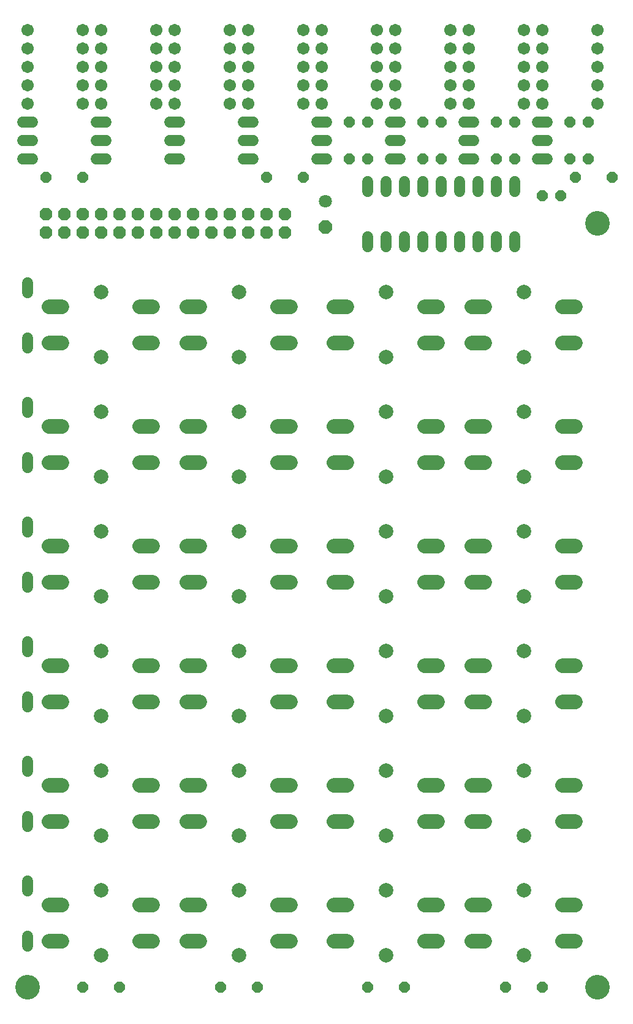
<source format=gbs>
G75*
%MOIN*%
%OFA0B0*%
%FSLAX25Y25*%
%IPPOS*%
%LPD*%
%AMOC8*
5,1,8,0,0,1.08239X$1,22.5*
%
%ADD10C,0.13398*%
%ADD11C,0.07850*%
%ADD12C,0.07900*%
%ADD13C,0.06000*%
%ADD14OC8,0.06000*%
%ADD15OC8,0.06800*%
%ADD16OC8,0.07100*%
%ADD17C,0.07100*%
%ADD18C,0.06706*%
D10*
X0016500Y0016500D03*
X0326500Y0016500D03*
X0326500Y0431500D03*
D11*
X0314625Y0386300D02*
X0307575Y0386300D01*
X0307575Y0366700D02*
X0314625Y0366700D01*
X0314625Y0321300D02*
X0307575Y0321300D01*
X0307575Y0301700D02*
X0314625Y0301700D01*
X0314625Y0256300D02*
X0307575Y0256300D01*
X0307575Y0236700D02*
X0314625Y0236700D01*
X0314625Y0191300D02*
X0307575Y0191300D01*
X0307575Y0171700D02*
X0314625Y0171700D01*
X0314625Y0126300D02*
X0307575Y0126300D01*
X0307575Y0106700D02*
X0314625Y0106700D01*
X0314625Y0061300D02*
X0307575Y0061300D01*
X0307575Y0041700D02*
X0314625Y0041700D01*
X0265425Y0041700D02*
X0258375Y0041700D01*
X0258375Y0061300D02*
X0265425Y0061300D01*
X0239625Y0061300D02*
X0232575Y0061300D01*
X0232575Y0041700D02*
X0239625Y0041700D01*
X0239625Y0106700D02*
X0232575Y0106700D01*
X0232575Y0126300D02*
X0239625Y0126300D01*
X0258375Y0126300D02*
X0265425Y0126300D01*
X0265425Y0106700D02*
X0258375Y0106700D01*
X0258375Y0171700D02*
X0265425Y0171700D01*
X0265425Y0191300D02*
X0258375Y0191300D01*
X0239625Y0191300D02*
X0232575Y0191300D01*
X0232575Y0171700D02*
X0239625Y0171700D01*
X0239625Y0236700D02*
X0232575Y0236700D01*
X0232575Y0256300D02*
X0239625Y0256300D01*
X0258375Y0256300D02*
X0265425Y0256300D01*
X0265425Y0236700D02*
X0258375Y0236700D01*
X0258375Y0301700D02*
X0265425Y0301700D01*
X0265425Y0321300D02*
X0258375Y0321300D01*
X0239625Y0321300D02*
X0232575Y0321300D01*
X0232575Y0301700D02*
X0239625Y0301700D01*
X0239625Y0366700D02*
X0232575Y0366700D01*
X0232575Y0386300D02*
X0239625Y0386300D01*
X0258375Y0386300D02*
X0265425Y0386300D01*
X0265425Y0366700D02*
X0258375Y0366700D01*
X0190425Y0366700D02*
X0183375Y0366700D01*
X0183375Y0386300D02*
X0190425Y0386300D01*
X0159625Y0386300D02*
X0152575Y0386300D01*
X0152575Y0366700D02*
X0159625Y0366700D01*
X0159625Y0321300D02*
X0152575Y0321300D01*
X0152575Y0301700D02*
X0159625Y0301700D01*
X0183375Y0301700D02*
X0190425Y0301700D01*
X0190425Y0321300D02*
X0183375Y0321300D01*
X0183375Y0256300D02*
X0190425Y0256300D01*
X0190425Y0236700D02*
X0183375Y0236700D01*
X0159625Y0236700D02*
X0152575Y0236700D01*
X0152575Y0256300D02*
X0159625Y0256300D01*
X0159625Y0191300D02*
X0152575Y0191300D01*
X0152575Y0171700D02*
X0159625Y0171700D01*
X0183375Y0171700D02*
X0190425Y0171700D01*
X0190425Y0191300D02*
X0183375Y0191300D01*
X0183375Y0126300D02*
X0190425Y0126300D01*
X0190425Y0106700D02*
X0183375Y0106700D01*
X0159625Y0106700D02*
X0152575Y0106700D01*
X0152575Y0126300D02*
X0159625Y0126300D01*
X0159625Y0061300D02*
X0152575Y0061300D01*
X0152575Y0041700D02*
X0159625Y0041700D01*
X0183375Y0041700D02*
X0190425Y0041700D01*
X0190425Y0061300D02*
X0183375Y0061300D01*
X0110425Y0061300D02*
X0103375Y0061300D01*
X0103375Y0041700D02*
X0110425Y0041700D01*
X0084625Y0041700D02*
X0077575Y0041700D01*
X0077575Y0061300D02*
X0084625Y0061300D01*
X0084625Y0106700D02*
X0077575Y0106700D01*
X0077575Y0126300D02*
X0084625Y0126300D01*
X0103375Y0126300D02*
X0110425Y0126300D01*
X0110425Y0106700D02*
X0103375Y0106700D01*
X0103375Y0171700D02*
X0110425Y0171700D01*
X0110425Y0191300D02*
X0103375Y0191300D01*
X0084625Y0191300D02*
X0077575Y0191300D01*
X0077575Y0171700D02*
X0084625Y0171700D01*
X0084625Y0236700D02*
X0077575Y0236700D01*
X0077575Y0256300D02*
X0084625Y0256300D01*
X0103375Y0256300D02*
X0110425Y0256300D01*
X0110425Y0236700D02*
X0103375Y0236700D01*
X0103375Y0301700D02*
X0110425Y0301700D01*
X0110425Y0321300D02*
X0103375Y0321300D01*
X0084625Y0321300D02*
X0077575Y0321300D01*
X0077575Y0301700D02*
X0084625Y0301700D01*
X0084625Y0366700D02*
X0077575Y0366700D01*
X0077575Y0386300D02*
X0084625Y0386300D01*
X0103375Y0386300D02*
X0110425Y0386300D01*
X0110425Y0366700D02*
X0103375Y0366700D01*
X0035425Y0366700D02*
X0028375Y0366700D01*
X0028375Y0386300D02*
X0035425Y0386300D01*
X0035425Y0321300D02*
X0028375Y0321300D01*
X0028375Y0301700D02*
X0035425Y0301700D01*
X0035425Y0256300D02*
X0028375Y0256300D01*
X0028375Y0236700D02*
X0035425Y0236700D01*
X0035425Y0191300D02*
X0028375Y0191300D01*
X0028375Y0171700D02*
X0035425Y0171700D01*
X0035425Y0126300D02*
X0028375Y0126300D01*
X0028375Y0106700D02*
X0035425Y0106700D01*
X0035425Y0061300D02*
X0028375Y0061300D01*
X0028375Y0041700D02*
X0035425Y0041700D01*
D12*
X0056500Y0033800D03*
X0056500Y0069200D03*
X0056500Y0098800D03*
X0056500Y0134200D03*
X0056500Y0163800D03*
X0056500Y0199200D03*
X0056500Y0228800D03*
X0056500Y0264200D03*
X0056500Y0293800D03*
X0056500Y0329200D03*
X0056500Y0358800D03*
X0056500Y0394200D03*
X0131500Y0394200D03*
X0131500Y0358800D03*
X0131500Y0329200D03*
X0131500Y0293800D03*
X0131500Y0264200D03*
X0131500Y0228800D03*
X0131500Y0199200D03*
X0131500Y0163800D03*
X0131500Y0134200D03*
X0131500Y0098800D03*
X0131500Y0069200D03*
X0131500Y0033800D03*
X0211500Y0033800D03*
X0211500Y0069200D03*
X0211500Y0098800D03*
X0211500Y0134200D03*
X0211500Y0163800D03*
X0211500Y0199200D03*
X0211500Y0228800D03*
X0211500Y0264200D03*
X0211500Y0293800D03*
X0211500Y0329200D03*
X0211500Y0358800D03*
X0211500Y0394200D03*
X0286500Y0394200D03*
X0286500Y0358800D03*
X0286500Y0329200D03*
X0286500Y0293800D03*
X0286500Y0264200D03*
X0286500Y0228800D03*
X0286500Y0199200D03*
X0286500Y0163800D03*
X0286500Y0134200D03*
X0286500Y0098800D03*
X0286500Y0069200D03*
X0286500Y0033800D03*
D13*
X0281500Y0418900D02*
X0281500Y0424100D01*
X0271500Y0424100D02*
X0271500Y0418900D01*
X0261500Y0418900D02*
X0261500Y0424100D01*
X0251500Y0424100D02*
X0251500Y0418900D01*
X0241500Y0418900D02*
X0241500Y0424100D01*
X0231500Y0424100D02*
X0231500Y0418900D01*
X0221500Y0418900D02*
X0221500Y0424100D01*
X0211500Y0424100D02*
X0211500Y0418900D01*
X0201500Y0418900D02*
X0201500Y0424100D01*
X0201500Y0448900D02*
X0201500Y0454100D01*
X0211500Y0454100D02*
X0211500Y0448900D01*
X0221500Y0448900D02*
X0221500Y0454100D01*
X0219100Y0466500D02*
X0213900Y0466500D01*
X0213900Y0476500D02*
X0219100Y0476500D01*
X0219100Y0486500D02*
X0213900Y0486500D01*
X0231500Y0454100D02*
X0231500Y0448900D01*
X0241500Y0448900D02*
X0241500Y0454100D01*
X0251500Y0454100D02*
X0251500Y0448900D01*
X0261500Y0448900D02*
X0261500Y0454100D01*
X0259100Y0466500D02*
X0253900Y0466500D01*
X0253900Y0476500D02*
X0259100Y0476500D01*
X0259100Y0486500D02*
X0253900Y0486500D01*
X0271500Y0454100D02*
X0271500Y0448900D01*
X0281500Y0448900D02*
X0281500Y0454100D01*
X0293900Y0466500D02*
X0299100Y0466500D01*
X0299100Y0476500D02*
X0293900Y0476500D01*
X0293900Y0486500D02*
X0299100Y0486500D01*
X0179100Y0486500D02*
X0173900Y0486500D01*
X0173900Y0476500D02*
X0179100Y0476500D01*
X0179100Y0466500D02*
X0173900Y0466500D01*
X0139100Y0466500D02*
X0133900Y0466500D01*
X0133900Y0476500D02*
X0139100Y0476500D01*
X0139100Y0486500D02*
X0133900Y0486500D01*
X0099100Y0486500D02*
X0093900Y0486500D01*
X0093900Y0476500D02*
X0099100Y0476500D01*
X0099100Y0466500D02*
X0093900Y0466500D01*
X0059100Y0466500D02*
X0053900Y0466500D01*
X0053900Y0476500D02*
X0059100Y0476500D01*
X0059100Y0486500D02*
X0053900Y0486500D01*
X0019100Y0486500D02*
X0013900Y0486500D01*
X0013900Y0476500D02*
X0019100Y0476500D01*
X0019100Y0466500D02*
X0013900Y0466500D01*
X0016500Y0399100D02*
X0016500Y0393900D01*
X0016500Y0369100D02*
X0016500Y0363900D01*
X0016500Y0334100D02*
X0016500Y0328900D01*
X0016500Y0304100D02*
X0016500Y0298900D01*
X0016500Y0269100D02*
X0016500Y0263900D01*
X0016500Y0239100D02*
X0016500Y0233900D01*
X0016500Y0204100D02*
X0016500Y0198900D01*
X0016500Y0174100D02*
X0016500Y0168900D01*
X0016500Y0139100D02*
X0016500Y0133900D01*
X0016500Y0109100D02*
X0016500Y0103900D01*
X0016500Y0074100D02*
X0016500Y0068900D01*
X0016500Y0044100D02*
X0016500Y0038900D01*
D14*
X0046500Y0016500D03*
X0066500Y0016500D03*
X0121500Y0016500D03*
X0141500Y0016500D03*
X0201500Y0016500D03*
X0221500Y0016500D03*
X0276500Y0016500D03*
X0296500Y0016500D03*
X0296500Y0446500D03*
X0306500Y0446500D03*
X0314500Y0456500D03*
X0311500Y0466500D03*
X0321500Y0466500D03*
X0321500Y0486500D03*
X0311500Y0486500D03*
X0334500Y0456500D03*
X0281500Y0466500D03*
X0271500Y0466500D03*
X0271500Y0486500D03*
X0281500Y0486500D03*
X0241500Y0486500D03*
X0231500Y0486500D03*
X0231500Y0466500D03*
X0241500Y0466500D03*
X0201500Y0466500D03*
X0191500Y0466500D03*
X0191500Y0486500D03*
X0201500Y0486500D03*
X0166500Y0456500D03*
X0146500Y0456500D03*
X0046500Y0456500D03*
X0026500Y0456500D03*
D15*
X0026500Y0436500D03*
X0026500Y0426500D03*
X0036500Y0426500D03*
X0036500Y0436500D03*
X0046500Y0436500D03*
X0046500Y0426500D03*
X0056500Y0426500D03*
X0056500Y0436500D03*
X0066500Y0436500D03*
X0066500Y0426500D03*
X0076500Y0426500D03*
X0076500Y0436500D03*
X0086500Y0436500D03*
X0086500Y0426500D03*
X0096500Y0426500D03*
X0096500Y0436500D03*
X0106500Y0436500D03*
X0106500Y0426500D03*
X0116500Y0426500D03*
X0116500Y0436500D03*
X0126500Y0436500D03*
X0126500Y0426500D03*
X0136500Y0426500D03*
X0136500Y0436500D03*
X0146500Y0436500D03*
X0146500Y0426500D03*
X0156500Y0426500D03*
X0156500Y0436500D03*
D16*
X0178500Y0429500D03*
D17*
X0178500Y0443500D03*
D18*
X0176500Y0496500D03*
X0176500Y0506500D03*
X0176500Y0516500D03*
X0176500Y0526500D03*
X0176500Y0536500D03*
X0166500Y0536500D03*
X0166500Y0526500D03*
X0166500Y0516500D03*
X0166500Y0506500D03*
X0166500Y0496500D03*
X0136500Y0496500D03*
X0136500Y0506500D03*
X0136500Y0516500D03*
X0136500Y0526500D03*
X0136500Y0536500D03*
X0126500Y0536500D03*
X0126500Y0526500D03*
X0126500Y0516500D03*
X0126500Y0506500D03*
X0126500Y0496500D03*
X0096500Y0496500D03*
X0096500Y0506500D03*
X0096500Y0516500D03*
X0096500Y0526500D03*
X0096500Y0536500D03*
X0086500Y0536500D03*
X0086500Y0526500D03*
X0086500Y0516500D03*
X0086500Y0506500D03*
X0086500Y0496500D03*
X0056500Y0496500D03*
X0056500Y0506500D03*
X0056500Y0516500D03*
X0056500Y0526500D03*
X0056500Y0536500D03*
X0046500Y0536500D03*
X0046500Y0526500D03*
X0046500Y0516500D03*
X0046500Y0506500D03*
X0046500Y0496500D03*
X0016500Y0496500D03*
X0016500Y0506500D03*
X0016500Y0516500D03*
X0016500Y0526500D03*
X0016500Y0536500D03*
X0206500Y0536500D03*
X0206500Y0526500D03*
X0206500Y0516500D03*
X0206500Y0506500D03*
X0206500Y0496500D03*
X0216500Y0496500D03*
X0216500Y0506500D03*
X0216500Y0516500D03*
X0216500Y0526500D03*
X0216500Y0536500D03*
X0246500Y0536500D03*
X0246500Y0526500D03*
X0246500Y0516500D03*
X0246500Y0506500D03*
X0246500Y0496500D03*
X0256500Y0496500D03*
X0256500Y0506500D03*
X0256500Y0516500D03*
X0256500Y0526500D03*
X0256500Y0536500D03*
X0286500Y0536500D03*
X0286500Y0526500D03*
X0286500Y0516500D03*
X0286500Y0506500D03*
X0286500Y0496500D03*
X0296500Y0496500D03*
X0296500Y0506500D03*
X0296500Y0516500D03*
X0296500Y0526500D03*
X0296500Y0536500D03*
X0326500Y0536500D03*
X0326500Y0526500D03*
X0326500Y0516500D03*
X0326500Y0506500D03*
X0326500Y0496500D03*
M02*

</source>
